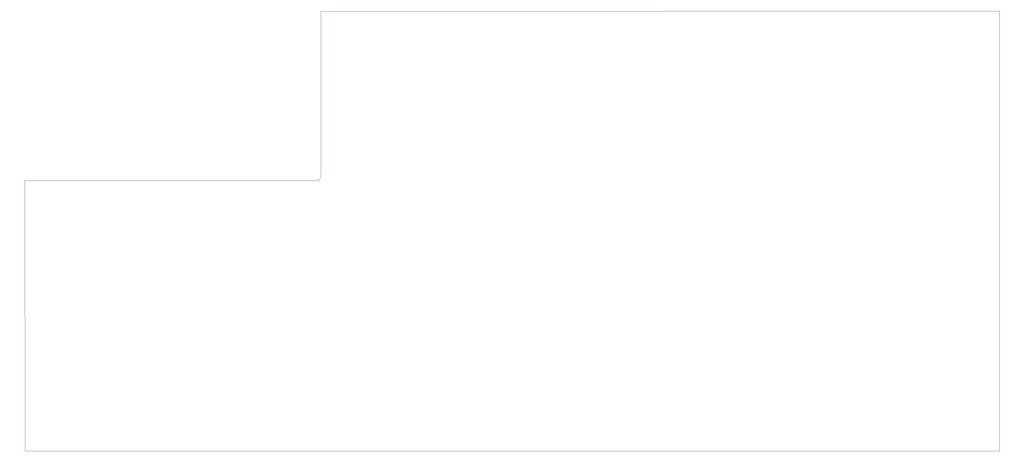
<source format=gbr>
%TF.GenerationSoftware,KiCad,Pcbnew,7.0.2*%
%TF.CreationDate,2023-11-16T12:36:53+05:30*%
%TF.ProjectId,OHM3000_V1.1_ESP,4f484d33-3030-4305-9f56-312e315f4553,rev?*%
%TF.SameCoordinates,Original*%
%TF.FileFunction,Profile,NP*%
%FSLAX46Y46*%
G04 Gerber Fmt 4.6, Leading zero omitted, Abs format (unit mm)*
G04 Created by KiCad (PCBNEW 7.0.2) date 2023-11-16 12:36:53*
%MOMM*%
%LPD*%
G01*
G04 APERTURE LIST*
%TA.AperFunction,Profile*%
%ADD10C,0.100000*%
%TD*%
G04 APERTURE END LIST*
D10*
X186100000Y98975000D02*
X186100000Y-5400000D01*
X24102856Y58700101D02*
G75*
G03*
X25079999Y59690000I-6356J983499D01*
G01*
X25080000Y98870000D02*
X25080000Y59690000D01*
X-45220000Y58750000D02*
X24102856Y58700083D01*
X186100000Y-5400000D02*
X-45125000Y-5400000D01*
X25080000Y98870000D02*
X186100000Y98975000D01*
X-45125000Y-5400000D02*
X-45220000Y58750000D01*
M02*

</source>
